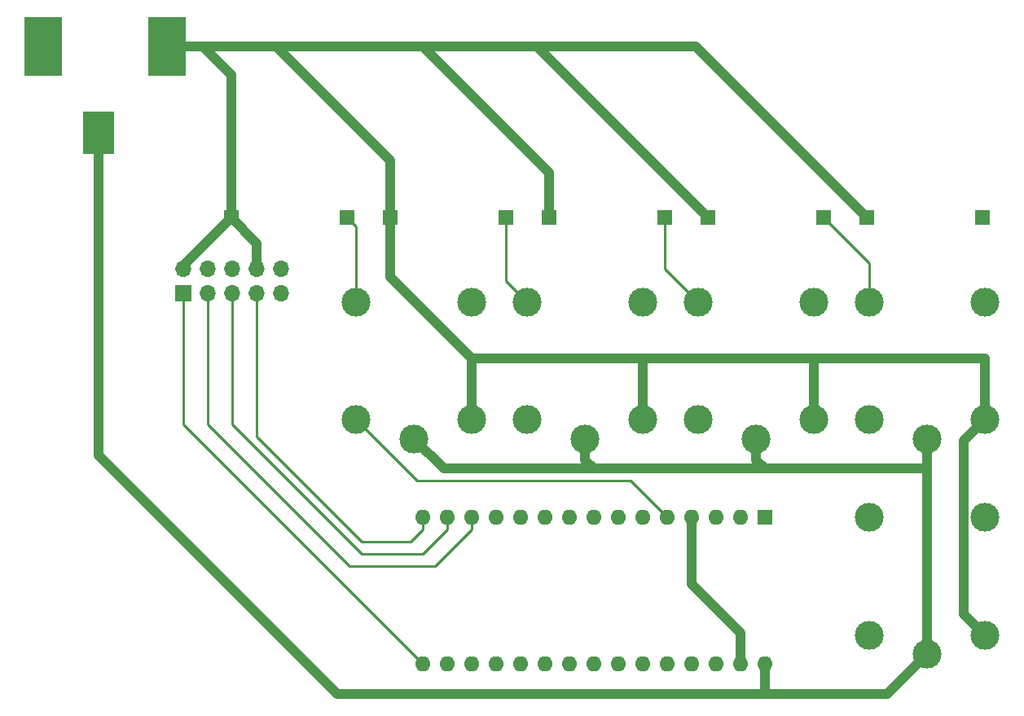
<source format=gbr>
%TF.GenerationSoftware,KiCad,Pcbnew,7.0.7*%
%TF.CreationDate,2023-09-19T13:24:35+02:00*%
%TF.ProjectId,PiFencePCB,50694665-6e63-4655-9043-422e6b696361,0.1*%
%TF.SameCoordinates,Original*%
%TF.FileFunction,Copper,L1,Top*%
%TF.FilePolarity,Positive*%
%FSLAX46Y46*%
G04 Gerber Fmt 4.6, Leading zero omitted, Abs format (unit mm)*
G04 Created by KiCad (PCBNEW 7.0.7) date 2023-09-19 13:24:35*
%MOMM*%
%LPD*%
G01*
G04 APERTURE LIST*
%TA.AperFunction,ComponentPad*%
%ADD10R,1.700000X1.700000*%
%TD*%
%TA.AperFunction,ComponentPad*%
%ADD11O,1.700000X1.700000*%
%TD*%
%TA.AperFunction,ComponentPad*%
%ADD12R,1.524000X1.524000*%
%TD*%
%TA.AperFunction,SMDPad,CuDef*%
%ADD13R,3.300000X4.400000*%
%TD*%
%TA.AperFunction,SMDPad,CuDef*%
%ADD14R,3.900000X6.200000*%
%TD*%
%TA.AperFunction,ComponentPad*%
%ADD15C,3.000000*%
%TD*%
%TA.AperFunction,ComponentPad*%
%ADD16R,1.600000X1.600000*%
%TD*%
%TA.AperFunction,ComponentPad*%
%ADD17O,1.600000X1.600000*%
%TD*%
%TA.AperFunction,Conductor*%
%ADD18C,0.250000*%
%TD*%
%TA.AperFunction,Conductor*%
%ADD19C,1.000000*%
%TD*%
G04 APERTURE END LIST*
D10*
%TO.P,J7,1,SCLK*%
%TO.N,Net-(A1-SCK)*%
X119888000Y-82804000D03*
D11*
%TO.P,J7,2,GND*%
%TO.N,GND*%
X119888000Y-80264000D03*
%TO.P,J7,3,SCS*%
%TO.N,Net-(A1-D10)*%
X122428000Y-82804000D03*
%TO.P,J7,4,INT*%
%TO.N,unconnected-(J7-INT-Pad4)*%
X122428000Y-80264000D03*
%TO.P,J7,5,MOSI*%
%TO.N,Net-(A1-MOSI)*%
X124968000Y-82804000D03*
%TO.P,J7,6,RST*%
%TO.N,Net-(A1-D9)*%
X124968000Y-80264000D03*
%TO.P,J7,7,MISO*%
%TO.N,Net-(A1-MISO)*%
X127508000Y-82804000D03*
%TO.P,J7,8,GND*%
%TO.N,GND*%
X127508000Y-80264000D03*
%TO.P,J7,9,3.3V*%
%TO.N,unconnected-(J7-3.3V-Pad9)*%
X130048000Y-82804000D03*
%TO.P,J7,10,5V*%
%TO.N,Net-(A1-+5V)*%
X130048000Y-80264000D03*
%TD*%
D12*
%TO.P,J6,1,GND*%
%TO.N,GND*%
X190881000Y-74930000D03*
%TO.P,J6,2,VBUS*%
%TO.N,Net-(J6-VBUS)*%
X202946000Y-74930000D03*
%TD*%
%TO.P,J5,1,GND*%
%TO.N,GND*%
X174371000Y-74930000D03*
%TO.P,J5,2,VBUS*%
%TO.N,Net-(J5-VBUS)*%
X186436000Y-74930000D03*
%TD*%
%TO.P,J4,1,GND*%
%TO.N,GND*%
X157861000Y-74930000D03*
%TO.P,J4,2,VBUS*%
%TO.N,Net-(J4-VBUS)*%
X169926000Y-74930000D03*
%TD*%
%TO.P,J3,1,GND*%
%TO.N,GND*%
X141351000Y-74930000D03*
%TO.P,J3,2,VBUS*%
%TO.N,Net-(J3-VBUS)*%
X153416000Y-74930000D03*
%TD*%
%TO.P,J2,1,GND*%
%TO.N,GND*%
X124841000Y-74930000D03*
%TO.P,J2,2,VBUS*%
%TO.N,Net-(J2-VBUS)*%
X136906000Y-74930000D03*
%TD*%
D13*
%TO.P,J1,1*%
%TO.N,+VDC*%
X111060000Y-66150000D03*
D14*
%TO.P,J1,2*%
%TO.N,GND*%
X118210000Y-57150000D03*
%TO.P,J1,3*%
%TO.N,N/C*%
X105310000Y-57150000D03*
%TD*%
D15*
%TO.P,K5,11*%
%TO.N,+VDC*%
X197200000Y-120310000D03*
%TO.P,K5,12*%
%TO.N,Net-(J6-VBUS)*%
X191200000Y-106110000D03*
%TO.P,K5,14*%
%TO.N,unconnected-(K5-Pad14)*%
X203200000Y-106110000D03*
%TO.P,K5,A1*%
%TO.N,GND*%
X203200000Y-118310000D03*
%TO.P,K5,A2*%
%TO.N,Net-(A1-D7)*%
X191200000Y-118310000D03*
%TD*%
%TO.P,K4,11*%
%TO.N,+VDC*%
X197200000Y-97950000D03*
%TO.P,K4,12*%
%TO.N,Net-(J5-VBUS)*%
X191200000Y-83750000D03*
%TO.P,K4,14*%
%TO.N,unconnected-(K4-Pad14)*%
X203200000Y-83750000D03*
%TO.P,K4,A1*%
%TO.N,GND*%
X203200000Y-95950000D03*
%TO.P,K4,A2*%
%TO.N,Net-(A1-D6)*%
X191200000Y-95950000D03*
%TD*%
%TO.P,K3,11*%
%TO.N,+VDC*%
X179420000Y-97950000D03*
%TO.P,K3,12*%
%TO.N,Net-(J4-VBUS)*%
X173420000Y-83750000D03*
%TO.P,K3,14*%
%TO.N,unconnected-(K3-Pad14)*%
X185420000Y-83750000D03*
%TO.P,K3,A1*%
%TO.N,GND*%
X185420000Y-95950000D03*
%TO.P,K3,A2*%
%TO.N,Net-(A1-D5)*%
X173420000Y-95950000D03*
%TD*%
%TO.P,K2,11*%
%TO.N,+VDC*%
X161640000Y-97950000D03*
%TO.P,K2,12*%
%TO.N,Net-(J3-VBUS)*%
X155640000Y-83750000D03*
%TO.P,K2,14*%
%TO.N,unconnected-(K2-Pad14)*%
X167640000Y-83750000D03*
%TO.P,K2,A1*%
%TO.N,GND*%
X167640000Y-95950000D03*
%TO.P,K2,A2*%
%TO.N,Net-(A1-D3)*%
X155640000Y-95950000D03*
%TD*%
%TO.P,K1,11*%
%TO.N,+VDC*%
X143860000Y-97950000D03*
%TO.P,K1,12*%
%TO.N,Net-(J2-VBUS)*%
X137860000Y-83750000D03*
%TO.P,K1,14*%
%TO.N,unconnected-(K1-Pad14)*%
X149860000Y-83750000D03*
%TO.P,K1,A1*%
%TO.N,GND*%
X149860000Y-95950000D03*
%TO.P,K1,A2*%
%TO.N,Net-(A1-D2)*%
X137860000Y-95950000D03*
%TD*%
D16*
%TO.P,A1,1,TX1*%
%TO.N,unconnected-(A1-TX1-Pad1)*%
X180340000Y-106110000D03*
D17*
%TO.P,A1,2,RX1*%
%TO.N,unconnected-(A1-RX1-Pad2)*%
X177800000Y-106110000D03*
%TO.P,A1,3,~{RESET}*%
%TO.N,unconnected-(A1-~{RESET}-Pad3)*%
X175260000Y-106110000D03*
%TO.P,A1,4,GND*%
%TO.N,GND*%
X172720000Y-106110000D03*
%TO.P,A1,5,D2*%
%TO.N,Net-(A1-D2)*%
X170180000Y-106110000D03*
%TO.P,A1,6,D3*%
%TO.N,Net-(A1-D3)*%
X167640000Y-106110000D03*
%TO.P,A1,7,D4*%
%TO.N,unconnected-(A1-D4-Pad7)*%
X165100000Y-106110000D03*
%TO.P,A1,8,D5*%
%TO.N,Net-(A1-D5)*%
X162560000Y-106110000D03*
%TO.P,A1,9,D6*%
%TO.N,Net-(A1-D6)*%
X160020000Y-106110000D03*
%TO.P,A1,10,D7*%
%TO.N,Net-(A1-D7)*%
X157480000Y-106110000D03*
%TO.P,A1,11,D8*%
%TO.N,unconnected-(A1-D8-Pad11)*%
X154940000Y-106110000D03*
%TO.P,A1,12,D9*%
%TO.N,Net-(A1-D9)*%
X152400000Y-106110000D03*
%TO.P,A1,13,D10*%
%TO.N,Net-(A1-D10)*%
X149860000Y-106110000D03*
%TO.P,A1,14,MOSI*%
%TO.N,Net-(A1-MOSI)*%
X147320000Y-106110000D03*
%TO.P,A1,15,MISO*%
%TO.N,Net-(A1-MISO)*%
X144780000Y-106110000D03*
%TO.P,A1,16,SCK*%
%TO.N,Net-(A1-SCK)*%
X144780000Y-121350000D03*
%TO.P,A1,17,3V3*%
%TO.N,unconnected-(A1-3V3-Pad17)*%
X147320000Y-121350000D03*
%TO.P,A1,18,AREF*%
%TO.N,unconnected-(A1-AREF-Pad18)*%
X149860000Y-121350000D03*
%TO.P,A1,19,A0*%
%TO.N,unconnected-(A1-A0-Pad19)*%
X152400000Y-121350000D03*
%TO.P,A1,20,A1*%
%TO.N,unconnected-(A1-A1-Pad20)*%
X154940000Y-121350000D03*
%TO.P,A1,21,A2*%
%TO.N,unconnected-(A1-A2-Pad21)*%
X157480000Y-121350000D03*
%TO.P,A1,22,A3*%
%TO.N,unconnected-(A1-A3-Pad22)*%
X160020000Y-121350000D03*
%TO.P,A1,23,SDA/A4*%
%TO.N,unconnected-(A1-SDA{slash}A4-Pad23)*%
X162560000Y-121350000D03*
%TO.P,A1,24,SCL/A5*%
%TO.N,unconnected-(A1-SCL{slash}A5-Pad24)*%
X165100000Y-121350000D03*
%TO.P,A1,25,A6*%
%TO.N,unconnected-(A1-A6-Pad25)*%
X167640000Y-121350000D03*
%TO.P,A1,26,A7*%
%TO.N,unconnected-(A1-A7-Pad26)*%
X170180000Y-121350000D03*
%TO.P,A1,27,+5V*%
%TO.N,Net-(A1-+5V)*%
X172720000Y-121350000D03*
%TO.P,A1,28,~{RESET}*%
%TO.N,unconnected-(A1-~{RESET}-Pad28)*%
X175260000Y-121350000D03*
%TO.P,A1,29,GND*%
%TO.N,GND*%
X177800000Y-121350000D03*
%TO.P,A1,30,VIN*%
%TO.N,+VDC*%
X180340000Y-121350000D03*
%TD*%
D18*
%TO.N,Net-(A1-SCK)*%
X119888000Y-96458000D02*
X120681000Y-97251000D01*
X120681000Y-97251000D02*
X144780000Y-121350000D01*
X119888000Y-82804000D02*
X119888000Y-96458000D01*
%TO.N,Net-(A1-D10)*%
X122428000Y-96458000D02*
X122713000Y-96743000D01*
X122713000Y-96743000D02*
X137160000Y-111190000D01*
X122428000Y-82804000D02*
X122428000Y-96458000D01*
%TO.N,Net-(A1-MOSI)*%
X124968000Y-96458000D02*
X125507000Y-96997000D01*
X124968000Y-82804000D02*
X124968000Y-96458000D01*
X138430000Y-109920000D02*
X125507000Y-96997000D01*
%TO.N,Net-(A1-MISO)*%
X127508000Y-97728000D02*
X127666000Y-97886000D01*
X127508000Y-82804000D02*
X127508000Y-97728000D01*
X138430000Y-108650000D02*
X127666000Y-97886000D01*
D19*
%TO.N,GND*%
X119888000Y-79883000D02*
X124841000Y-74930000D01*
X119888000Y-80264000D02*
X119888000Y-79883000D01*
X127508000Y-77597000D02*
X124841000Y-74930000D01*
X127508000Y-80264000D02*
X127508000Y-77597000D01*
X172720000Y-113030000D02*
X172720000Y-106110000D01*
X177800000Y-118110000D02*
X172720000Y-113030000D01*
X177800000Y-121350000D02*
X177800000Y-118110000D01*
X201000000Y-98150000D02*
X203200000Y-95950000D01*
X201000000Y-116110000D02*
X201000000Y-98150000D01*
X203200000Y-118310000D02*
X201000000Y-116110000D01*
D18*
%TO.N,Net-(J5-VBUS)*%
X191200000Y-79694000D02*
X186436000Y-74930000D01*
X191200000Y-83750000D02*
X191200000Y-79694000D01*
%TO.N,Net-(J4-VBUS)*%
X169926000Y-80256000D02*
X169926000Y-74930000D01*
X173420000Y-83750000D02*
X169926000Y-80256000D01*
%TO.N,Net-(J3-VBUS)*%
X153416000Y-81526000D02*
X153416000Y-74930000D01*
X155640000Y-83750000D02*
X153416000Y-81526000D01*
%TO.N,Net-(J2-VBUS)*%
X137860000Y-75884000D02*
X136906000Y-74930000D01*
X137860000Y-83750000D02*
X137860000Y-75884000D01*
D19*
%TO.N,GND*%
X124841000Y-74930000D02*
X124841000Y-60071000D01*
X124841000Y-60071000D02*
X121920000Y-57150000D01*
X121920000Y-57150000D02*
X129540000Y-57150000D01*
X118210000Y-57150000D02*
X121920000Y-57150000D01*
X141351000Y-68961000D02*
X129540000Y-57150000D01*
X141351000Y-74930000D02*
X141351000Y-68961000D01*
X129540000Y-57150000D02*
X144780000Y-57150000D01*
X157861000Y-74930000D02*
X157861000Y-70231000D01*
X144780000Y-57150000D02*
X156210000Y-57150000D01*
X157861000Y-70231000D02*
X144780000Y-57150000D01*
X174371000Y-74930000D02*
X156591000Y-57150000D01*
X156210000Y-57150000D02*
X173101000Y-57150000D01*
X156591000Y-57150000D02*
X156210000Y-57150000D01*
X173101000Y-57150000D02*
X190881000Y-74930000D01*
X141351000Y-81091000D02*
X141351000Y-74930000D01*
X149860000Y-89600000D02*
X141351000Y-81091000D01*
%TO.N,+VDC*%
X193050000Y-124460000D02*
X197200000Y-120310000D01*
X180340000Y-124460000D02*
X193050000Y-124460000D01*
X180340000Y-124460000D02*
X180340000Y-121350000D01*
X135890000Y-124460000D02*
X180340000Y-124460000D01*
X111060000Y-99630000D02*
X135890000Y-124460000D01*
D18*
%TO.N,Net-(A1-MISO)*%
X143510000Y-108650000D02*
X138430000Y-108650000D01*
X144780000Y-107380000D02*
X143510000Y-108650000D01*
X144780000Y-106110000D02*
X144780000Y-107380000D01*
%TO.N,Net-(A1-MOSI)*%
X147320000Y-107380000D02*
X144780000Y-109920000D01*
X144780000Y-109920000D02*
X138430000Y-109920000D01*
X147320000Y-106110000D02*
X147320000Y-107380000D01*
%TO.N,Net-(A1-D10)*%
X137160000Y-111190000D02*
X146050000Y-111190000D01*
X149860000Y-107380000D02*
X149860000Y-106110000D01*
X146050000Y-111190000D02*
X149860000Y-107380000D01*
D19*
%TO.N,GND*%
X185420000Y-89600000D02*
X203200000Y-89600000D01*
X203200000Y-89600000D02*
X203200000Y-95950000D01*
X185420000Y-89600000D02*
X185420000Y-95950000D01*
X167640000Y-89600000D02*
X185420000Y-89600000D01*
X167640000Y-89600000D02*
X167640000Y-95950000D01*
X149860000Y-89600000D02*
X167640000Y-89600000D01*
X149860000Y-95950000D02*
X149860000Y-89600000D01*
D18*
%TO.N,Net-(A1-D2)*%
X166370000Y-102300000D02*
X170180000Y-106110000D01*
X144210000Y-102300000D02*
X166370000Y-102300000D01*
X137860000Y-95950000D02*
X144210000Y-102300000D01*
D19*
%TO.N,+VDC*%
X179420000Y-100110000D02*
X180340000Y-101030000D01*
X179420000Y-97950000D02*
X179420000Y-100110000D01*
X180340000Y-101030000D02*
X162560000Y-101030000D01*
X197200000Y-101030000D02*
X180340000Y-101030000D01*
X161640000Y-100110000D02*
X162560000Y-101030000D01*
X161640000Y-97950000D02*
X161640000Y-100110000D01*
X162560000Y-101030000D02*
X146940000Y-101030000D01*
X197200000Y-101030000D02*
X197200000Y-97950000D01*
X197200000Y-120310000D02*
X197200000Y-101030000D01*
X146940000Y-101030000D02*
X143860000Y-97950000D01*
X111060000Y-66150000D02*
X111060000Y-99630000D01*
%TD*%
M02*

</source>
